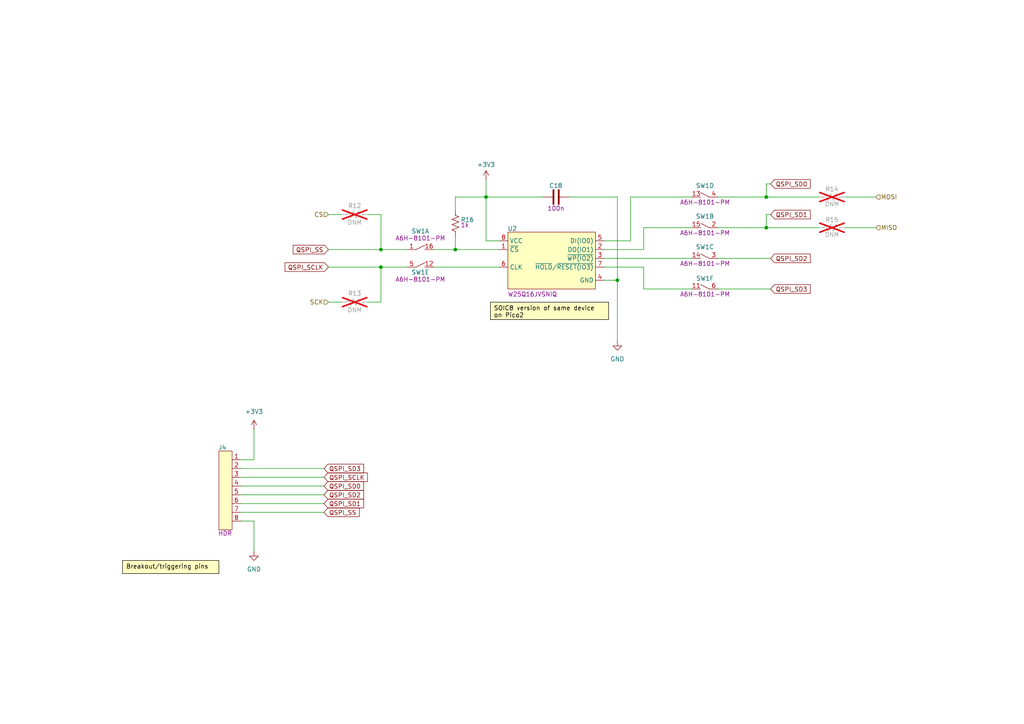
<source format=kicad_sch>
(kicad_sch (version 20231120) (generator "eeschema") (generator_version "8.0")
  (paper "A4")
  (lib_symbols
    (symbol "0603_Yageo_Res:RES_1k_0603" (pin_numbers hide)
      (property "Reference" "R" (at -20.32 5.08 0))
      (property "Display Value" "1k" (at 15.24 5.08 0))
      (symbol "RES_1k_0603_0_1"
        (polyline (pts (xy -2.286 0) (xy -2.54 0)))
        (polyline (pts (xy 2.286 0) (xy 2.54 0)))
        (polyline (pts (xy -2.286 0) (xy -1.905 1.016) (xy -1.524 0) (xy -1.143 -1.016) (xy -0.762 0)))
        (polyline (pts (xy -0.762 0) (xy -0.381 1.016) (xy 0 0) (xy 0.381 -1.016) (xy 0.762 0)))
        (polyline (pts (xy 0.762 0) (xy 1.143 1.016) (xy 1.524 0) (xy 1.905 -1.016) (xy 2.286 0)))
      )
      (symbol "RES_1k_0603_1_1"
        (pin passive line (at -3.81 0 0) (length 1.27) (name "~") (number "1"))
        (pin passive line (at 3.81 0 180) (length 1.27) (name "~") (number "2"))
      )
    )
    (symbol "0603_Yageo_Res:RES_DNM_0603" (pin_numbers hide)
      (property "Reference" "R" (at -20.32 5.08 0))
      (property "Display Value" "DNM" (at 15.24 5.08 0))
      (symbol "RES_DNM_0603_0_1"
        (polyline (pts (xy -2.286 0) (xy -2.54 0)))
        (polyline (pts (xy 2.286 0) (xy 2.54 0)))
        (polyline (pts (xy -2.286 0) (xy -1.905 1.016) (xy -1.524 0) (xy -1.143 -1.016) (xy -0.762 0)))
        (polyline (pts (xy -0.762 0) (xy -0.381 1.016) (xy 0 0) (xy 0.381 -1.016) (xy 0.762 0)))
        (polyline (pts (xy 0.762 0) (xy 1.143 1.016) (xy 1.524 0) (xy 1.905 -1.016) (xy 2.286 0)))
      )
      (symbol "RES_DNM_0603_1_1"
        (pin passive line (at -3.81 0 0) (length 1.27) (name "~") (number "1"))
        (pin passive line (at 3.81 0 180) (length 1.27) (name "~") (number "2"))
      )
    )
    (symbol "NAE_Connectors:VERT_HDR_8_2.54mm"
      (property "Reference" "J" (at 1.27 3.81 0))
      (property "Display Value" "HDR" (at 2.54 -21.59 0))
      (symbol "VERT_HDR_8_2.54mm_1_1"
        (rectangle (start 0 2.54) (end 3.81 -20.32) (fill (type background)))
        (pin unspecified line (at 6.35 0 180) (length 2.54) (name "") (number "1"))
        (pin unspecified line (at 6.35 -2.54 180) (length 2.54) (name "") (number "2"))
        (pin unspecified line (at 6.35 -5.08 180) (length 2.54) (name "") (number "3"))
        (pin unspecified line (at 6.35 -7.62 180) (length 2.54) (name "") (number "4"))
        (pin unspecified line (at 6.35 -10.16 180) (length 2.54) (name "") (number "5"))
        (pin unspecified line (at 6.35 -12.7 180) (length 2.54) (name "") (number "6"))
        (pin unspecified line (at 6.35 -15.24 180) (length 2.54) (name "") (number "7"))
        (pin unspecified line (at 6.35 -17.78 180) (length 2.54) (name "") (number "8"))
      )
    )
    (symbol "NAE_Integrated_Circuits:W25Q16JVSNIQ"
      (property "Reference" "U" (at -11.43 3.81 0))
      (property "Display Value" "W25Q16JVSNIQ" (at -5.08 -15.24 0))
      (symbol "W25Q16JVSNIQ_1_1"
        (rectangle (start -12.7 2.54) (end 12.7 -13.97) (fill (type background)))
        (pin unspecified line (at -15.24 -2.54 0) (length 2.54) (name "~{CS}") (number "1"))
        (pin unspecified line (at 15.24 -2.54 180) (length 2.54) (name "DO(IO1)") (number "2"))
        (pin unspecified line (at 15.24 -5.08 180) (length 2.54) (name "~{WP(IO2)}") (number "3"))
        (pin unspecified line (at 15.24 -11.43 180) (length 2.54) (name "GND") (number "4"))
        (pin unspecified line (at 15.24 0 180) (length 2.54) (name "DI(IO0)") (number "5"))
        (pin unspecified line (at -15.24 -7.62 0) (length 2.54) (name "CLK") (number "6"))
        (pin unspecified line (at 15.24 -7.62 180) (length 2.54) (name "~{HOLD}/~{RESET(IO3)}") (number "7"))
        (pin unspecified line (at -15.24 0 0) (length 2.54) (name "VCC") (number "8"))
      )
    )
    (symbol "NAE_Misc:A6H-8101-PM"
      (property "Reference" "SW1" (at 0 3.81 0))
      (property "Display Value" "A6H-8101-PM" (at 0 -2.54 0))
      (symbol "A6H-8101-PM_1_1"
        (polyline (pts (xy -1.27 0) (xy 1.27 1.27)))
        (pin unspecified line (at -3.81 0 0) (length 2.54) (name "") (number "1"))
        (pin unspecified line (at 3.81 0 180) (length 2.54) (name "") (number "16"))
      )
      (symbol "A6H-8101-PM_2_1"
        (polyline (pts (xy -1.27 0) (xy 1.27 1.27)))
        (pin unspecified line (at 3.81 0 180) (length 2.54) (name "") (number "15"))
        (pin unspecified line (at -3.81 0 0) (length 2.54) (name "") (number "2"))
      )
      (symbol "A6H-8101-PM_3_1"
        (polyline (pts (xy -1.27 0) (xy 1.27 1.27)))
        (pin unspecified line (at 3.81 0 180) (length 2.54) (name "") (number "14"))
        (pin unspecified line (at -3.81 0 0) (length 2.54) (name "") (number "3"))
      )
      (symbol "A6H-8101-PM_4_1"
        (polyline (pts (xy -1.27 0) (xy 1.27 1.27)))
        (pin unspecified line (at 3.81 0 180) (length 2.54) (name "") (number "13"))
        (pin unspecified line (at -3.81 0 0) (length 2.54) (name "") (number "4"))
      )
      (symbol "A6H-8101-PM_5_1"
        (polyline (pts (xy -1.27 0) (xy 1.27 1.27)))
        (pin unspecified line (at 3.81 0 180) (length 2.54) (name "") (number "12"))
        (pin unspecified line (at -3.81 0 0) (length 2.54) (name "") (number "5"))
      )
      (symbol "A6H-8101-PM_6_1"
        (polyline (pts (xy -1.27 0) (xy 1.27 1.27)))
        (pin unspecified line (at 3.81 0 180) (length 2.54) (name "") (number "11"))
        (pin unspecified line (at -3.81 0 0) (length 2.54) (name "") (number "6"))
      )
      (symbol "A6H-8101-PM_7_1"
        (polyline (pts (xy -1.27 0) (xy 1.27 1.27)))
        (pin unspecified line (at 3.81 0 180) (length 2.54) (name "") (number "10"))
        (pin unspecified line (at -3.81 0 0) (length 2.54) (name "") (number "7"))
      )
      (symbol "A6H-8101-PM_8_1"
        (polyline (pts (xy -1.27 0) (xy 1.27 1.27)))
        (pin unspecified line (at -3.81 0 0) (length 2.54) (name "") (number "8"))
        (pin unspecified line (at 3.81 0 180) (length 2.54) (name "") (number "9"))
      )
    )
    (symbol "nae_caps:CAP_100n_6.3V_0603" (pin_numbers hide)
      (property "Reference" "C" (at -20.32 5.08 0))
      (property "Display Value" "100n" (at 15.24 5.08 0))
      (symbol "CAP_100n_6.3V_0603_0_1"
        (polyline (pts (xy -0.762 -2.032) (xy -0.762 2.032)) (stroke (width 0.508)))
        (polyline (pts (xy 0.762 -2.032) (xy 0.762 2.032)) (stroke (width 0.508)))
      )
      (symbol "CAP_100n_6.3V_0603_1_1"
        (pin passive line (at -3.81 0 0) (length 2.794) (name "~") (number "1"))
        (pin passive line (at 3.81 0 180) (length 2.794) (name "~") (number "2"))
      )
    )
    (symbol "power:+3V3" (power) (pin_numbers hide) (pin_names (offset 0) hide)
      (property "Value" "+3V3" (at 0 3.556 0))
      (symbol "+3V3_0_1"
        (polyline (pts (xy -0.762 1.27) (xy 0 2.54)))
        (polyline (pts (xy 0 0) (xy 0 2.54)))
        (polyline (pts (xy 0 2.54) (xy 0.762 1.27)))
      )
      (symbol "+3V3_1_1"
        (pin power_in line (at 0 0 90) (length 0) (name "~") (number "1"))
      )
    )
    (symbol "power:GND" (power) (pin_numbers hide) (pin_names (offset 0) hide)
      (property "Value" "GND" (at 0 -3.81 0))
      (symbol "GND_0_1"
        (polyline (pts (xy 0 0) (xy 0 -1.27) (xy 1.27 -1.27) (xy 0 -2.54) (xy -1.27 -1.27) (xy 0 -1.27)))
      )
      (symbol "GND_1_1"
        (pin power_in line (at 0 0 270) (length 0) (name "~") (number "1"))
      )
    )
    (symbol "tutorial_2_library:DNM_RES_0603_1" (pin_numbers hide)
      (property "Reference" "R" (at -20.32 5.08 0))
      (property "Display Value" "DNM" (at 15.24 5.08 0))
      (symbol "DNM_RES_0603_1_0_1"
        (polyline (pts (xy -2.286 0) (xy -2.54 0)))
        (polyline (pts (xy 2.286 0) (xy 2.54 0)))
        (polyline (pts (xy -2.286 0) (xy -1.905 1.016) (xy -1.524 0) (xy -1.143 -1.016) (xy -0.762 0)))
        (polyline (pts (xy -0.762 0) (xy -0.381 1.016) (xy 0 0) (xy 0.381 -1.016) (xy 0.762 0)))
        (polyline (pts (xy 0.762 0) (xy 1.143 1.016) (xy 1.524 0) (xy 1.905 -1.016) (xy 2.286 0)))
      )
      (symbol "DNM_RES_0603_1_1_1"
        (pin passive line (at -3.81 0 0) (length 1.27) (name "~") (number "1"))
        (pin passive line (at 3.81 0 180) (length 1.27) (name "~") (number "2"))
      )
    )
  )
  (junction (at 140.97 57.15))
  (junction (at 110.49 77.47))
  (junction (at 179.07 81.28))
  (junction (at 222.25 66.04))
  (junction (at 222.25 57.15))
  (junction (at 110.49 72.39))
  (junction (at 132.08 72.39))
  (wire (pts (xy 175.26 74.93) (xy 200.66 74.93)))
  (wire (pts (xy 175.26 72.39) (xy 186.69 72.39)))
  (wire (pts (xy 132.08 60.96) (xy 132.08 57.15)))
  (wire (pts (xy 132.08 68.58) (xy 132.08 72.39)))
  (wire (pts (xy 110.49 72.39) (xy 110.49 62.23)))
  (wire (pts (xy 95.25 62.23) (xy 99.06 62.23)))
  (wire (pts (xy 179.07 81.28) (xy 179.07 99.06)))
  (wire (pts (xy 132.08 57.15) (xy 140.97 57.15)))
  (wire (pts (xy 186.69 77.47) (xy 186.69 83.82)))
  (wire (pts (xy 73.66 160.02) (xy 73.66 151.13)))
  (wire (pts (xy 179.07 57.15) (xy 179.07 81.28)))
  (wire (pts (xy 69.85 143.51) (xy 93.98 143.51)))
  (wire (pts (xy 222.25 66.04) (xy 237.49 66.04)))
  (wire (pts (xy 208.28 74.93) (xy 223.52 74.93)))
  (wire (pts (xy 222.25 57.15) (xy 208.28 57.15)))
  (wire (pts (xy 222.25 62.23) (xy 223.52 62.23)))
  (wire (pts (xy 95.25 72.39) (xy 110.49 72.39)))
  (wire (pts (xy 106.68 62.23) (xy 110.49 62.23)))
  (wire (pts (xy 179.07 81.28) (xy 175.26 81.28)))
  (wire (pts (xy 69.85 133.35) (xy 73.66 133.35)))
  (wire (pts (xy 69.85 146.05) (xy 93.98 146.05)))
  (wire (pts (xy 140.97 52.07) (xy 140.97 57.15)))
  (wire (pts (xy 125.73 72.39) (xy 132.08 72.39)))
  (wire (pts (xy 186.69 72.39) (xy 186.69 66.04)))
  (wire (pts (xy 182.88 57.15) (xy 200.66 57.15)))
  (wire (pts (xy 186.69 83.82) (xy 200.66 83.82)))
  (wire (pts (xy 182.88 69.85) (xy 182.88 57.15)))
  (wire (pts (xy 110.49 77.47) (xy 118.11 77.47)))
  (wire (pts (xy 144.78 69.85) (xy 140.97 69.85)))
  (wire (pts (xy 132.08 72.39) (xy 144.78 72.39)))
  (wire (pts (xy 69.85 140.97) (xy 93.98 140.97)))
  (wire (pts (xy 208.28 66.04) (xy 222.25 66.04)))
  (wire (pts (xy 245.11 57.15) (xy 254 57.15)))
  (wire (pts (xy 69.85 151.13) (xy 73.66 151.13)))
  (wire (pts (xy 222.25 57.15) (xy 222.25 53.34)))
  (wire (pts (xy 186.69 66.04) (xy 200.66 66.04)))
  (wire (pts (xy 245.11 66.04) (xy 254 66.04)))
  (wire (pts (xy 106.68 87.63) (xy 110.49 87.63)))
  (wire (pts (xy 69.85 138.43) (xy 93.98 138.43)))
  (wire (pts (xy 140.97 57.15) (xy 140.97 69.85)))
  (wire (pts (xy 95.25 87.63) (xy 99.06 87.63)))
  (wire (pts (xy 175.26 77.47) (xy 186.69 77.47)))
  (wire (pts (xy 222.25 62.23) (xy 222.25 66.04)))
  (wire (pts (xy 95.25 77.47) (xy 110.49 77.47)))
  (wire (pts (xy 175.26 69.85) (xy 182.88 69.85)))
  (wire (pts (xy 125.73 77.47) (xy 144.78 77.47)))
  (wire (pts (xy 140.97 57.15) (xy 157.48 57.15)))
  (wire (pts (xy 165.1 57.15) (xy 179.07 57.15)))
  (wire (pts (xy 110.49 77.47) (xy 110.49 87.63)))
  (wire (pts (xy 208.28 83.82) (xy 223.52 83.82)))
  (wire (pts (xy 69.85 148.59) (xy 93.98 148.59)))
  (wire (pts (xy 73.66 124.46) (xy 73.66 133.35)))
  (wire (pts (xy 110.49 72.39) (xy 118.11 72.39)))
  (wire (pts (xy 222.25 57.15) (xy 237.49 57.15)))
  (wire (pts (xy 69.85 135.89) (xy 93.98 135.89)))
  (wire (pts (xy 222.25 53.34) (xy 223.52 53.34)))
  (text_box "SOIC8 version of same device on Pico2\n" (at 142.24 87.63 0) (size 34.29 5.08) (stroke (width 0) (color 0 0 0 1)) (fill (type color) (color 255 255 194 1)) (effects (font (size 1.27 1.27)) (justify left top)))
  (text_box "Breakout/triggering pins" (at 35.56 162.56 0) (size 27.94 3.81) (stroke (width 0) (color 0 0 0 1)) (fill (type color) (color 255 255 194 1)) (effects (font (size 1.27 1.27)) (justify left top)))
  (global_label "QSPI_SCLK" (shape input) (at 95.25 77.47 180) (property "Intersheetrefs" "${INTERSHEET_REFS}" (effects (hide yes))))
  (global_label "QSPI_SD0" (shape input) (at 223.52 53.34 0) (property "Intersheetrefs" "${INTERSHEET_REFS}" (effects (hide yes))))
  (global_label "QSPI_SD0" (shape input) (at 93.98 140.97 0) (property "Intersheetrefs" "${INTERSHEET_REFS}" (effects (hide yes))))
  (global_label "QSPI_SD2" (shape input) (at 93.98 143.51 0) (property "Intersheetrefs" "${INTERSHEET_REFS}" (effects (hide yes))))
  (global_label "QSPI_SS" (shape input) (at 95.25 72.39 180) (property "Intersheetrefs" "${INTERSHEET_REFS}" (effects (hide yes))))
  (global_label "QSPI_SD1" (shape input) (at 223.52 62.23 0) (property "Intersheetrefs" "${INTERSHEET_REFS}" (effects (hide yes))))
  (global_label "QSPI_SD2" (shape input) (at 223.52 74.93 0) (property "Intersheetrefs" "${INTERSHEET_REFS}" (effects (hide yes))))
  (global_label "QSPI_SCLK" (shape input) (at 93.98 138.43 0) (property "Intersheetrefs" "${INTERSHEET_REFS}" (effects (hide yes))))
  (global_label "QSPI_SD3" (shape input) (at 223.52 83.82 0) (property "Intersheetrefs" "${INTERSHEET_REFS}" (effects (hide yes))))
  (global_label "QSPI_SS" (shape input) (at 93.98 148.59 0) (property "Intersheetrefs" "${INTERSHEET_REFS}" (effects (hide yes))))
  (global_label "QSPI_SD3" (shape input) (at 93.98 135.89 0) (property "Intersheetrefs" "${INTERSHEET_REFS}" (effects (hide yes))))
  (global_label "QSPI_SD1" (shape input) (at 93.98 146.05 0) (property "Intersheetrefs" "${INTERSHEET_REFS}" (effects (hide yes))))
  (hierarchical_label "CS" (shape input) (at 95.25 62.23 180))
  (hierarchical_label "MOSI" (shape input) (at 254 57.15 0))
  (hierarchical_label "SCK" (shape input) (at 95.25 87.63 180))
  (hierarchical_label "MISO" (shape input) (at 254 66.04 0))
  (symbol (lib_id "power:+3V3") (at 73.66 124.46 0) (unit 1)
    (property "Reference" "#PWR017" (effects (hide yes)))
    (property "Value" "+3V3" (at 73.66 119.38 0))
    (property "Description" "Power symbol creates a global label with name \"+3V3\"" (effects (hide yes)))
  )
  (symbol (lib_id "power:GND") (at 179.07 99.06 0) (unit 1)
    (property "Reference" "#PWR020" (effects (hide yes)))
    (property "Value" "GND" (at 179.07 104.14 0))
    (property "Description" "Power symbol creates a global label with name \"GND\" , ground" (effects (hide yes)))
  )
  (symbol (lib_id "NAE_Misc:A6H-8101-PM") (at 204.47 57.15 0) (mirror y) (unit 4)
    (property "Reference" "SW1" (at 204.47 53.848 0))
    (property "Value" "A6H-8101-PM" (effects (hide yes)))
    (property "Footprint" "Button_Switch_SMD:SW_DIP_SPSTx08_Slide_Omron_A6H-8101_W6.15mm_P1.27mm" (effects (hide yes)))
    (property "Datasheet" "https://components.omron.com/us-en/sites/components.omron.com.us/files/ds_related_pdf/A214-E1.pdf" (effects (hide yes)))
    (property "Description" "SWITCH SLIDE DIP SPST 0.025A 24V" (effects (hide yes)))
    (property "Display Value" "A6H-8101-PM" (at 204.47 58.674 0))
    (property "Manufacturer" "Omron Electronics Inc-EMC Div" (effects (hide yes)))
    (property "Manufacturer Part Number" "A6H-8101-PM" (effects (hide yes)))
    (property "Supplier 1" "DigiKey" (effects (hide yes)))
    (property "Supplier 1 Part Number" "39-A6H8101PM(VNM)CT-ND" (effects (hide yes)))
  )
  (symbol (lib_id "tutorial_2_library:DNM_RES_0603_1") (at 102.87 87.63 0) (unit 1) (dnp yes)
    (property "Reference" "R13" (at 102.87 85.09 0))
    (property "Value" "DNM_0603" (effects (hide yes)))
    (property "Footprint" "Resistor_SMD:R_0603_1608Metric" (effects (hide yes)))
    (property "Datasheet" "https://www.yageo.com/upload/media/product/products/datasheet/rchip/PYu-RC_Group_51_RoHS_L_12.pdf" (effects (hide yes)))
    (property "Description" "RES 0603" (effects (hide yes)))
    (property "Display Value" "DNM" (at 102.87 89.916 0))
    (property "Manufacturer" "YAGEO" (effects (hide yes)))
    (property "Manufacturer Part Number" "RC0603JR-0722RL" (effects (hide yes)))
    (property "Supplier 1" "DigiKey" (effects (hide yes)))
    (property "Supplier 1 Part Number" "311-22GRCT-ND" (effects (hide yes)))
  )
  (symbol (lib_id "NAE_Misc:A6H-8101-PM") (at 121.92 72.39 0) (unit 1)
    (property "Reference" "SW1" (at 121.92 67.056 0))
    (property "Value" "A6H-8101-PM" (effects (hide yes)))
    (property "Footprint" "Button_Switch_SMD:SW_DIP_SPSTx08_Slide_Omron_A6H-8101_W6.15mm_P1.27mm" (effects (hide yes)))
    (property "Datasheet" "https://components.omron.com/us-en/sites/components.omron.com.us/files/ds_related_pdf/A214-E1.pdf" (effects (hide yes)))
    (property "Description" "SWITCH SLIDE DIP SPST 0.025A 24V" (effects (hide yes)))
    (property "Display Value" "A6H-8101-PM" (at 121.92 69.088 0))
    (property "Manufacturer" "Omron Electronics Inc-EMC Div" (effects (hide yes)))
    (property "Manufacturer Part Number" "A6H-8101-PM" (effects (hide yes)))
    (property "Supplier 1" "DigiKey" (effects (hide yes)))
    (property "Supplier 1 Part Number" "39-A6H8101PM(VNM)CT-ND" (effects (hide yes)))
  )
  (symbol (lib_id "0603_Yageo_Res:RES_DNM_0603") (at 241.3 57.15 0) (unit 1) (dnp yes)
    (property "Reference" "R14" (at 241.3 54.864 0))
    (property "Value" "DNM_0603" (effects (hide yes)))
    (property "Footprint" "Resistor_SMD:R_0603_1608Metric" (effects (hide yes)))
    (property "Datasheet" "https://www.yageo.com/upload/media/product/products/datasheet/rchip/PYu-RC_Group_51_RoHS_L_12.pdf" (effects (hide yes)))
    (property "Description" "RES 0603" (effects (hide yes)))
    (property "Display Value" "DNM" (at 241.3 59.182 0))
    (property "Manufacturer" "YAGEO" (effects (hide yes)))
    (property "Manufacturer Part Number" "RC0603JR-0722RL" (effects (hide yes)))
    (property "Supplier 1" "DigiKey" (effects (hide yes)))
    (property "Supplier 1 Part Number" "311-22GRCT-ND" (effects (hide yes)))
  )
  (symbol (lib_id "power:+3V3") (at 140.97 52.07 0) (unit 1)
    (property "Reference" "#PWR019" (effects (hide yes)))
    (property "Value" "+3V3" (at 140.97 47.752 0))
    (property "Description" "Power symbol creates a global label with name \"+3V3\"" (effects (hide yes)))
  )
  (symbol (lib_id "NAE_Misc:A6H-8101-PM") (at 204.47 74.93 0) (mirror y) (unit 3)
    (property "Reference" "SW1" (at 204.47 71.628 0))
    (property "Value" "A6H-8101-PM" (effects (hide yes)))
    (property "Footprint" "Button_Switch_SMD:SW_DIP_SPSTx08_Slide_Omron_A6H-8101_W6.15mm_P1.27mm" (effects (hide yes)))
    (property "Datasheet" "https://components.omron.com/us-en/sites/components.omron.com.us/files/ds_related_pdf/A214-E1.pdf" (effects (hide yes)))
    (property "Description" "SWITCH SLIDE DIP SPST 0.025A 24V" (effects (hide yes)))
    (property "Display Value" "A6H-8101-PM" (at 204.47 76.454 0))
    (property "Manufacturer" "Omron Electronics Inc-EMC Div" (effects (hide yes)))
    (property "Manufacturer Part Number" "A6H-8101-PM" (effects (hide yes)))
    (property "Supplier 1" "DigiKey" (effects (hide yes)))
    (property "Supplier 1 Part Number" "39-A6H8101PM(VNM)CT-ND" (effects (hide yes)))
  )
  (symbol (lib_id "NAE_Misc:A6H-8101-PM") (at 121.92 77.47 0) (unit 5)
    (property "Reference" "SW1" (at 121.92 78.994 0))
    (property "Value" "A6H-8101-PM" (effects (hide yes)))
    (property "Footprint" "Button_Switch_SMD:SW_DIP_SPSTx08_Slide_Omron_A6H-8101_W6.15mm_P1.27mm" (effects (hide yes)))
    (property "Datasheet" "https://components.omron.com/us-en/sites/components.omron.com.us/files/ds_related_pdf/A214-E1.pdf" (effects (hide yes)))
    (property "Description" "SWITCH SLIDE DIP SPST 0.025A 24V" (effects (hide yes)))
    (property "Display Value" "A6H-8101-PM" (at 121.92 81.026 0))
    (property "Manufacturer" "Omron Electronics Inc-EMC Div" (effects (hide yes)))
    (property "Manufacturer Part Number" "A6H-8101-PM" (effects (hide yes)))
    (property "Supplier 1" "DigiKey" (effects (hide yes)))
    (property "Supplier 1 Part Number" "39-A6H8101PM(VNM)CT-ND" (effects (hide yes)))
  )
  (symbol (lib_id "NAE_Misc:A6H-8101-PM") (at 204.47 66.04 0) (mirror y) (unit 2)
    (property "Reference" "SW1" (at 204.47 62.738 0))
    (property "Value" "A6H-8101-PM" (effects (hide yes)))
    (property "Footprint" "Button_Switch_SMD:SW_DIP_SPSTx08_Slide_Omron_A6H-8101_W6.15mm_P1.27mm" (effects (hide yes)))
    (property "Datasheet" "https://components.omron.com/us-en/sites/components.omron.com.us/files/ds_related_pdf/A214-E1.pdf" (effects (hide yes)))
    (property "Description" "SWITCH SLIDE DIP SPST 0.025A 24V" (effects (hide yes)))
    (property "Display Value" "A6H-8101-PM" (at 204.47 67.564 0))
    (property "Manufacturer" "Omron Electronics Inc-EMC Div" (effects (hide yes)))
    (property "Manufacturer Part Number" "A6H-8101-PM" (effects (hide yes)))
    (property "Supplier 1" "DigiKey" (effects (hide yes)))
    (property "Supplier 1 Part Number" "39-A6H8101PM(VNM)CT-ND" (effects (hide yes)))
  )
  (symbol (lib_id "power:GND") (at 73.66 160.02 0) (unit 1)
    (property "Reference" "#PWR018" (effects (hide yes)))
    (property "Value" "GND" (at 73.66 165.1 0))
    (property "Description" "Power symbol creates a global label with name \"GND\" , ground" (effects (hide yes)))
  )
  (symbol (lib_id "tutorial_2_library:DNM_RES_0603_1") (at 102.87 62.23 0) (unit 1) (dnp yes)
    (property "Reference" "R12" (at 102.87 59.69 0))
    (property "Value" "DNM_0603" (effects (hide yes)))
    (property "Footprint" "Resistor_SMD:R_0603_1608Metric" (effects (hide yes)))
    (property "Datasheet" "https://www.yageo.com/upload/media/product/products/datasheet/rchip/PYu-RC_Group_51_RoHS_L_12.pdf" (effects (hide yes)))
    (property "Description" "RES 0603" (effects (hide yes)))
    (property "Display Value" "DNM" (at 102.87 64.516 0))
    (property "Manufacturer" "YAGEO" (effects (hide yes)))
    (property "Manufacturer Part Number" "RC0603JR-0722RL" (effects (hide yes)))
    (property "Supplier 1" "DigiKey" (effects (hide yes)))
    (property "Supplier 1 Part Number" "311-22GRCT-ND" (effects (hide yes)))
  )
  (symbol (lib_id "0603_Yageo_Res:RES_DNM_0603") (at 241.3 66.04 0) (unit 1) (dnp yes)
    (property "Reference" "R15" (at 241.3 63.754 0))
    (property "Value" "DNM_0603" (effects (hide yes)))
    (property "Footprint" "Resistor_SMD:R_0603_1608Metric" (effects (hide yes)))
    (property "Datasheet" "https://www.yageo.com/upload/media/product/products/datasheet/rchip/PYu-RC_Group_51_RoHS_L_12.pdf" (effects (hide yes)))
    (property "Description" "RES 0603" (effects (hide yes)))
    (property "Display Value" "DNM" (at 241.3 68.072 0))
    (property "Manufacturer" "YAGEO" (effects (hide yes)))
    (property "Manufacturer Part Number" "RC0603JR-0722RL" (effects (hide yes)))
    (property "Supplier 1" "DigiKey" (effects (hide yes)))
    (property "Supplier 1 Part Number" "311-22GRCT-ND" (effects (hide yes)))
  )
  (symbol (lib_id "NAE_Connectors:VERT_HDR_8_2.54mm") (at 63.5 133.35 0) (unit 1)
    (property "Reference" "J4" (at 64.516 129.794 0))
    (property "Value" "HDR_8_2.54" (effects (hide yes)))
    (property "Footprint" "Connector_PinHeader_2.54mm:PinHeader_1x08_P2.54mm_Vertical" (effects (hide yes)))
    (property "Datasheet" "https://www.we-online.com/components/products/datasheet/61300811121.pdf" (effects (hide yes)))
    (property "Description" "CONN HEADER VERT 8POS 2.54MM" (effects (hide yes)))
    (property "Display Value" "HDR" (at 65.278 154.686 0))
    (property "Manufacturer" "Würth Elektronik" (effects (hide yes)))
    (property "Manufacturer Part Number" "61300811121" (effects (hide yes)))
    (property "Supplier 1" "DigiKey" (effects (hide yes)))
    (property "Supplier 1 Part Number" "732-5321-ND" (effects (hide yes)))
  )
  (symbol (lib_id "NAE_Misc:A6H-8101-PM") (at 204.47 83.82 0) (mirror y) (unit 6)
    (property "Reference" "SW1" (at 204.47 80.772 0))
    (property "Value" "A6H-8101-PM" (effects (hide yes)))
    (property "Footprint" "Button_Switch_SMD:SW_DIP_SPSTx08_Slide_Omron_A6H-8101_W6.15mm_P1.27mm" (effects (hide yes)))
    (property "Datasheet" "https://components.omron.com/us-en/sites/components.omron.com.us/files/ds_related_pdf/A214-E1.pdf" (effects (hide yes)))
    (property "Description" "SWITCH SLIDE DIP SPST 0.025A 24V" (effects (hide yes)))
    (property "Display Value" "A6H-8101-PM" (at 204.47 85.344 0))
    (property "Manufacturer" "Omron Electronics Inc-EMC Div" (effects (hide yes)))
    (property "Manufacturer Part Number" "A6H-8101-PM" (effects (hide yes)))
    (property "Supplier 1" "DigiKey" (effects (hide yes)))
    (property "Supplier 1 Part Number" "39-A6H8101PM(VNM)CT-ND" (effects (hide yes)))
  )
  (symbol (lib_id "nae_caps:CAP_100n_6.3V_0603") (at 161.29 57.15 180) (unit 1)
    (property "Reference" "C18" (at 159.258 53.848 0) (effects (justify right)))
    (property "Value" "CAP_100n_6.3V_0603" (effects (hide yes)))
    (property "Footprint" "Capacitor_SMD:C_0603_1608Metric" (effects (hide yes)))
    (property "Datasheet" "https://www.yageo.com/upload/media/product/productsearch/datasheet/mlcc/UPY-GPHC_X7R_6.3V-to-250V_24.pdf" (effects (hide yes)))
    (property "Description" "CAP CER 0.1UF 6.3V X7R 0603" (effects (hide yes)))
    (property "Display Value" "100n" (at 158.75 60.452 0) (effects (justify right)))
    (property "Manufacturer" "YAGEO" (effects (hide yes)))
    (property "Manufacturer Part Number" "CC0603KRX7R5BB104" (effects (hide yes)))
    (property "Supplier 1" "DigiKey" (effects (hide yes)))
    (property "Supplier 1 Part Number" "13-CC0603KRX7R5BB104CT-ND" (effects (hide yes)))
    (property "Supplier 2" "no_data" (effects (hide yes)))
    (property "Supplier 2 Part Number" "no_data" (effects (hide yes)))
  )
  (symbol (lib_id "NAE_Integrated_Circuits:W25Q16JVSNIQ") (at 160.02 69.85 0) (unit 1)
    (property "Reference" "U2" (at 148.59 66.294 0))
    (property "Value" "W25Q16JVSNIQ" (effects (hide yes)))
    (property "Footprint" "Package_SO:SOIC-8_3.9x4.9mm_P1.27mm" (effects (hide yes)))
    (property "Datasheet" "https://www.winbond.com/resource-files/w25q16jv%20spi%20revg%2003222018%20plus.pdf" (effects (hide yes)))
    (property "Description" "IC FLASH 16MBIT SPI/QUAD 8SOIC" (effects (hide yes)))
    (property "Display Value" "W25Q16JVSNIQ" (at 154.432 85.344 0))
    (property "Manufacturer" "Winbond Electronics" (effects (hide yes)))
    (property "Manufacturer Part Number" "W25Q16JVSNIQ" (effects (hide yes)))
    (property "Supplier 1" "DigiKey" (effects (hide yes)))
    (property "Supplier 1 Part Number" "W25Q16JVSNIQ-ND" (effects (hide yes)))
  )
  (symbol (lib_id "0603_Yageo_Res:RES_1k_0603") (at 132.08 64.77 90) (unit 1)
    (property "Reference" "R16" (at 133.604 63.7541 90) (effects (justify right)))
    (property "Value" "RES_1k_0603" (effects (hide yes)))
    (property "Footprint" "Resistor_SMD:R_0603_1608Metric" (effects (hide yes)))
    (property "Datasheet" "https://www.yageo.com/upload/media/product/products/datasheet/rchip/PYu-RC_Group_51_RoHS_L_12.pdf" (effects (hide yes)))
    (property "Description" "RES 1K OHM 1% 1/10W 0603" (effects (hide yes)))
    (property "Display Value" "1k" (at 133.604 65.278 90) (effects (justify right)))
    (property "Manufacturer" "YAGEO" (effects (hide yes)))
    (property "Manufacturer Part Number" "RC0603FR-071KL" (effects (hide yes)))
    (property "Supplier 1" "DigiKey" (effects (hide yes)))
    (property "Supplier 1 Part Number" "311-1.00KHRCT-ND" (effects (hide yes)))
    (property "Supplier 2" "no_data" (effects (hide yes)))
    (property "Supplier 2 Part Number" "no_data" (effects (hide yes)))
  )
)
</source>
